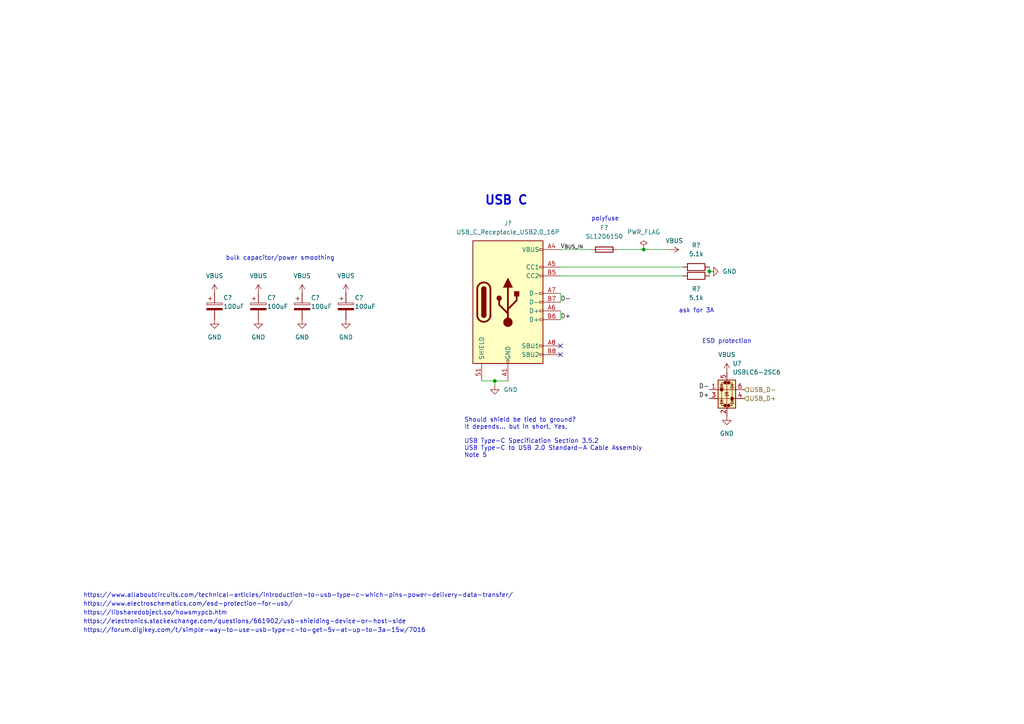
<source format=kicad_sch>
(kicad_sch (version 20250114) (generator "eeschema") (generator_version "9.0")
  (paper "A4")
  (title_block (date "2025-02-23") (rev "v0.2") (company "kevontheweb"))
  (lib_symbols
    (symbol "Connector:USB_C_Receptacle_USB2.0_16P" (pin_names (offset 1.016))
      (property "Reference" "J" (at 0 22.225 0))
      (property "Value" "USB_C_Receptacle_USB2.0_16P" (at 0 19.685 0))
      (symbol "USB_C_Receptacle_USB2.0_16P_0_0"
        (rectangle (start -0.254 -17.78) (end 0.254 -16.764))
        (rectangle (start 10.16 15.494) (end 9.144 14.986))
        (rectangle (start 10.16 10.414) (end 9.144 9.906))
        (rectangle (start 10.16 7.874) (end 9.144 7.366))
        (rectangle (start 10.16 2.794) (end 9.144 2.286))
        (rectangle (start 10.16 0.254) (end 9.144 -0.254))
        (rectangle (start 10.16 -2.286) (end 9.144 -2.794))
        (rectangle (start 10.16 -4.826) (end 9.144 -5.334))
        (rectangle (start 10.16 -12.446) (end 9.144 -12.954))
        (rectangle (start 10.16 -14.986) (end 9.144 -15.494))
      )
      (symbol "USB_C_Receptacle_USB2.0_16P_0_1"
        (rectangle (start -10.16 17.78) (end 10.16 -17.78) (stroke (width 0.254)) (fill (type background)))
        (polyline (pts (xy -8.89 -3.81) (xy -8.89 3.81)) (stroke (width 0.508)))
        (rectangle (start -7.62 -3.81) (end -6.35 3.81) (stroke (width 0.254)) (fill (type outline)))
        (arc (start -7.62 3.81) (mid -6.985 4.4423) (end -6.35 3.81) (stroke (width 0.254)))
        (arc (start -7.62 3.81) (mid -6.985 4.4423) (end -6.35 3.81) (stroke (width 0.254)) (fill (type outline)))
        (arc (start -8.89 3.81) (mid -6.985 5.7067) (end -5.08 3.81) (stroke (width 0.508)))
        (arc (start -5.08 -3.81) (mid -6.985 -5.7067) (end -8.89 -3.81) (stroke (width 0.508)))
        (arc (start -6.35 -3.81) (mid -6.985 -4.4423) (end -7.62 -3.81) (stroke (width 0.254)))
        (arc (start -6.35 -3.81) (mid -6.985 -4.4423) (end -7.62 -3.81) (stroke (width 0.254)) (fill (type outline)))
        (polyline (pts (xy -5.08 3.81) (xy -5.08 -3.81)) (stroke (width 0.508)))
        (circle (center -2.54 1.143) (radius 0.635) (stroke (width 0.254)) (fill (type outline)))
        (polyline (pts (xy -1.27 4.318) (xy 0 6.858) (xy 1.27 4.318) (xy -1.27 4.318)) (stroke (width 0.254)) (fill (type outline)))
        (polyline (pts (xy 0 -2.032) (xy 2.54 0.508) (xy 2.54 1.778)) (stroke (width 0.508)))
        (polyline (pts (xy 0 -3.302) (xy -2.54 -0.762) (xy -2.54 0.508)) (stroke (width 0.508)))
        (polyline (pts (xy 0 -5.842) (xy 0 4.318)) (stroke (width 0.508)))
        (circle (center 0 -5.842) (radius 1.27) (fill (type outline)))
        (rectangle (start 1.905 1.778) (end 3.175 3.048) (stroke (width 0.254)) (fill (type outline)))
      )
      (symbol "USB_C_Receptacle_USB2.0_16P_1_1"
        (pin passive line (at -7.62 -22.86 90) (length 5.08) (name "SHIELD") (number "S1"))
        (pin passive line (at 0 -22.86 90) (length 5.08) (name "GND") (number "A1"))
        (pin passive line (at 0 -22.86 90) (length 5.08) (hide yes) (name "GND") (number "A12"))
        (pin passive line (at 0 -22.86 90) (length 5.08) (hide yes) (name "GND") (number "B1"))
        (pin passive line (at 0 -22.86 90) (length 5.08) (hide yes) (name "GND") (number "B12"))
        (pin passive line (at 15.24 15.24 180) (length 5.08) (name "VBUS") (number "A4"))
        (pin passive line (at 15.24 15.24 180) (length 5.08) (hide yes) (name "VBUS") (number "A9"))
        (pin passive line (at 15.24 15.24 180) (length 5.08) (hide yes) (name "VBUS") (number "B4"))
        (pin passive line (at 15.24 15.24 180) (length 5.08) (hide yes) (name "VBUS") (number "B9"))
        (pin bidirectional line (at 15.24 10.16 180) (length 5.08) (name "CC1") (number "A5"))
        (pin bidirectional line (at 15.24 7.62 180) (length 5.08) (name "CC2") (number "B5"))
        (pin bidirectional line (at 15.24 2.54 180) (length 5.08) (name "D-") (number "A7"))
        (pin bidirectional line (at 15.24 0 180) (length 5.08) (name "D-") (number "B7"))
        (pin bidirectional line (at 15.24 -2.54 180) (length 5.08) (name "D+") (number "A6"))
        (pin bidirectional line (at 15.24 -5.08 180) (length 5.08) (name "D+") (number "B6"))
        (pin bidirectional line (at 15.24 -12.7 180) (length 5.08) (name "SBU1") (number "A8"))
        (pin bidirectional line (at 15.24 -15.24 180) (length 5.08) (name "SBU2") (number "B8"))
      )
    )
    (symbol "Device:C_Polarized" (pin_numbers (hide yes)) (pin_names (offset 0.254))
      (property "Reference" "C" (at 0.635 2.54 0))
      (property "Value" "C_Polarized" (at 0.635 -2.54 0))
      (symbol "C_Polarized_0_1"
        (rectangle (start -2.286 0.508) (end 2.286 1.016))
        (polyline (pts (xy -1.778 2.286) (xy -0.762 2.286)))
        (polyline (pts (xy -1.27 2.794) (xy -1.27 1.778)))
        (rectangle (start 2.286 -0.508) (end -2.286 -1.016) (fill (type outline)))
      )
      (symbol "C_Polarized_1_1"
        (pin passive line (at 0 3.81 270) (length 2.794) (name "~") (number "1"))
        (pin passive line (at 0 -3.81 90) (length 2.794) (name "~") (number "2"))
      )
    )
    (symbol "Device:Fuse" (pin_numbers (hide yes)) (pin_names (offset 0))
      (property "Reference" "F" (at 2.032 0 90))
      (property "Value" "Fuse" (at -1.905 0 90))
      (symbol "Fuse_0_1"
        (rectangle (start -0.762 -2.54) (end 0.762 2.54) (stroke (width 0.254)))
        (polyline (pts (xy 0 2.54) (xy 0 -2.54)))
      )
      (symbol "Fuse_1_1"
        (pin passive line (at 0 3.81 270) (length 1.27) (name "~") (number "1"))
        (pin passive line (at 0 -3.81 90) (length 1.27) (name "~") (number "2"))
      )
    )
    (symbol "Device:R" (pin_numbers (hide yes)) (pin_names (offset 0))
      (property "Reference" "R" (at 2.032 0 90))
      (property "Value" "R" (at 0 0 90))
      (symbol "R_0_1"
        (rectangle (start -1.016 -2.54) (end 1.016 2.54) (stroke (width 0.254)))
      )
      (symbol "R_1_1"
        (pin passive line (at 0 3.81 270) (length 1.27) (name "~") (number "1"))
        (pin passive line (at 0 -3.81 90) (length 1.27) (name "~") (number "2"))
      )
    )
    (symbol "Power_Protection:USBLC6-2SC6" (pin_names (hide yes))
      (property "Reference" "U" (at 0.635 5.715 0))
      (property "Value" "USBLC6-2SC6" (at 0.635 3.81 0))
      (symbol "USBLC6-2SC6_0_0"
        (circle (center -1.524 0) (radius 0.0001) (stroke (width 0.508)))
        (circle (center -0.508 2.032) (radius 0.0001) (stroke (width 0.508)))
        (circle (center -0.508 -4.572) (radius 0.0001) (stroke (width 0.508)))
        (circle (center 0.508 2.032) (radius 0.0001) (stroke (width 0.508)))
        (circle (center 0.508 -4.572) (radius 0.0001) (stroke (width 0.508)))
        (circle (center 1.524 -2.54) (radius 0.0001) (stroke (width 0.508)))
      )
      (symbol "USBLC6-2SC6_0_1"
        (polyline (pts (xy -2.54 0) (xy 2.54 0)))
        (polyline (pts (xy -2.54 -2.54) (xy 2.54 -2.54)))
        (polyline (pts (xy -2.032 0.508) (xy -1.016 0.508) (xy -1.524 1.524) (xy -2.032 0.508)))
        (polyline (pts (xy -2.032 -3.048) (xy -1.016 -3.048)))
        (polyline (pts (xy -1.016 1.524) (xy -2.032 1.524)))
        (polyline (pts (xy -1.016 -4.064) (xy -2.032 -4.064) (xy -1.524 -3.048) (xy -1.016 -4.064)))
        (polyline (pts (xy -0.508 -1.143) (xy -0.508 -0.762) (xy 0.508 -0.762)))
        (polyline (pts (xy 0 2.54) (xy -0.508 2.032) (xy 0.508 2.032) (xy 0 1.524) (xy 0 -4.064) (xy -0.508 -4.572) (xy 0.508 -4.572) (xy 0 -5.08)))
        (polyline (pts (xy 0.508 -1.778) (xy -0.508 -1.778) (xy 0 -0.762) (xy 0.508 -1.778)))
        (polyline (pts (xy 1.016 1.524) (xy 2.032 1.524)))
        (polyline (pts (xy 1.016 -3.048) (xy 2.032 -3.048)))
        (polyline (pts (xy 2.032 0.508) (xy 1.016 0.508) (xy 1.524 1.524) (xy 2.032 0.508)))
        (polyline (pts (xy 2.032 -4.064) (xy 1.016 -4.064) (xy 1.524 -3.048) (xy 2.032 -4.064)))
      )
      (symbol "USBLC6-2SC6_1_1"
        (rectangle (start -2.54 2.794) (end 2.54 -5.334) (stroke (width 0.254)) (fill (type background)))
        (polyline (pts (xy -0.508 2.032) (xy -1.524 2.032) (xy -1.524 -4.572) (xy -0.508 -4.572)))
        (polyline (pts (xy 0.508 -4.572) (xy 1.524 -4.572) (xy 1.524 2.032) (xy 0.508 2.032)))
        (pin passive line (at -5.08 0 0) (length 2.54) (name "I/O1") (number "1"))
        (pin passive line (at -5.08 -2.54 0) (length 2.54) (name "I/O2") (number "3"))
        (pin passive line (at 0 5.08 270) (length 2.54) (name "VBUS") (number "5"))
        (pin passive line (at 0 -7.62 90) (length 2.54) (name "GND") (number "2"))
        (pin passive line (at 5.08 0 180) (length 2.54) (name "I/O1") (number "6"))
        (pin passive line (at 5.08 -2.54 180) (length 2.54) (name "I/O2") (number "4"))
      )
    )
    (symbol "power:GND" (power) (pin_numbers (hide yes)) (pin_names (offset 0) (hide yes))
      (property "Value" "GND" (at 0 -3.81 0))
      (symbol "GND_0_1"
        (polyline (pts (xy 0 0) (xy 0 -1.27) (xy 1.27 -1.27) (xy 0 -2.54) (xy -1.27 -1.27) (xy 0 -1.27)))
      )
      (symbol "GND_1_1"
        (pin power_in line (at 0 0 270) (length 0) (name "~") (number "1"))
      )
    )
    (symbol "power:PWR_FLAG" (power) (pin_numbers (hide yes)) (pin_names (offset 0) (hide yes))
      (property "Value" "PWR_FLAG" (at 0 3.81 0))
      (symbol "PWR_FLAG_0_0"
        (pin power_out line (at 0 0 90) (length 0) (name "~") (number "1"))
      )
      (symbol "PWR_FLAG_0_1"
        (polyline (pts (xy 0 0) (xy 0 1.27) (xy -1.016 1.905) (xy 0 2.54) (xy 1.016 1.905) (xy 0 1.27)))
      )
    )
    (symbol "power:VBUS" (power) (pin_numbers (hide yes)) (pin_names (offset 0) (hide yes))
      (property "Value" "VBUS" (at 0 3.556 0))
      (symbol "VBUS_0_1"
        (polyline (pts (xy -0.762 1.27) (xy 0 2.54)))
        (polyline (pts (xy 0 2.54) (xy 0.762 1.27)))
        (polyline (pts (xy 0 0) (xy 0 2.54)))
      )
      (symbol "VBUS_1_1"
        (pin power_in line (at 0 0 90) (length 0) (name "~") (number "1"))
      )
    )
  )
  (text "USB C" (at 140.462 59.69 0) (effects (font (size 2.54 2.54) (thickness 0.508) (bold yes)) (justify left bottom)))
  (text "https://libsharedobject.so/howsmypcb.htm" (at 24.13 177.8 0) (effects (font (size 1.27 1.27)) (justify left)))
  (text "bulk capacitor/power smoothing" (at 81.28 74.93 0) (effects (font (size 1.27 1.27))))
  (text "polyfuse" (at 171.45 63.5 0) (effects (font (size 1.27 1.27)) (justify left)))
  (text "Should shield be tied to ground?\nIt depends... but in short, Yes.\n\nUSB Type-C Specification Section 3.5.2 \nUSB Type-C to USB 2.0 Standard-A Cable Assembly\nNote 5" (at 134.62 127 0) (effects (font (size 1.27 1.27)) (justify left)))
  (text "https://www.allaboutcircuits.com/technical-articles/introduction-to-usb-type-c-which-pins-power-delivery-data-transfer/" (at 24.13 172.72 0) (effects (font (size 1.27 1.27)) (justify left)))
  (text "https://forum.digikey.com/t/simple-way-to-use-usb-type-c-to-get-5v-at-up-to-3a-15w/7016" (at 24.13 182.88 0) (effects (font (size 1.27 1.27)) (justify left)))
  (text "https://www.electroschematics.com/esd-protection-for-usb/" (at 24.13 175.26 0) (effects (font (size 1.27 1.27)) (justify left)))
  (text "https://electronics.stackexchange.com/questions/661902/usb-shielding-device-or-host-side" (at 24.13 180.34 0) (effects (font (size 1.27 1.27)) (justify left)))
  (text "ESD protection\n" (at 210.82 99.06 0) (effects (font (size 1.27 1.27))))
  (text "ask for 3A" (at 196.85 90.17 0) (effects (font (size 1.27 1.27)) (justify left)))
  (junction (at 205.74 78.74))
  (junction (at 186.69 72.39))
  (junction (at 143.51 110.49))
  (no_connect (at 162.56 102.87))
  (no_connect (at 162.56 100.33))
  (wire (pts (xy 205.74 77.47) (xy 205.74 78.74)))
  (wire (pts (xy 186.69 72.39) (xy 194.31 72.39)))
  (wire (pts (xy 162.56 90.17) (xy 162.56 92.71)))
  (wire (pts (xy 162.56 85.09) (xy 162.56 87.63)))
  (wire (pts (xy 143.51 110.49) (xy 147.32 110.49)))
  (wire (pts (xy 162.56 72.39) (xy 171.45 72.39)))
  (wire (pts (xy 139.7 110.49) (xy 143.51 110.49)))
  (wire (pts (xy 162.56 77.47) (xy 198.12 77.47)))
  (wire (pts (xy 179.07 72.39) (xy 186.69 72.39)))
  (wire (pts (xy 143.51 111.76) (xy 143.51 110.49)))
  (wire (pts (xy 205.74 78.74) (xy 205.74 80.01)))
  (wire (pts (xy 162.56 80.01) (xy 198.12 80.01)))
  (label "V_{BUS_IN}" (at 162.56 72.39 0))
  (label "D+" (at 205.74 115.57 180))
  (label "D+" (at 162.56 92.71 0))
  (label "D-" (at 162.56 87.63 0))
  (label "D-" (at 205.74 113.03 180))
  (hierarchical_label "USB_D-" (shape input) (at 215.9 113.03 0))
  (hierarchical_label "USB_D+" (shape input) (at 215.9 115.57 0))
  (symbol (lib_id "Device:C_Polarized") (at 74.93 88.9 0) (unit 1)
    (property "Reference" "C72" (at 77.47 86.36 0) (effects (justify left)))
    (property "Value" "100uF" (at 77.47 88.9 0) (effects (justify left)))
    (property "Footprint" "Capacitor_SMD:C_1206_3216Metric" (effects (hide yes)))
    (property "Description" "Polarized capacitor" (effects (hide yes)))
    (property "LCSC" "C15008" (effects (hide yes)))
    (property "MPN" "CL31A107MQHNNNE" (effects (hide yes)))
    (property "Manufacturer" "Samsung Electro-Mechanics" (effects (hide yes)))
    (property "Type" "SMD" (effects (hide yes)))
    (instances (project "USB" (path "" (reference "C?") (unit 1))) (project "" (path "" (reference "C72") (unit 1))) (project "Mimic40" (path "" (reference "C?") (unit 1))))
  )
  (symbol (lib_id "power:VBUS") (at 194.31 72.39 270) (unit 1)
    (property "Reference" "#PWR0171" (effects (hide yes)))
    (property "Value" "VBUS" (at 195.58 69.85 90))
    (property "Description" "Power symbol creates a global label with name \"VBUS\"" (effects (hide yes)))
    (instances (project "USB" (path "" (reference "#PWR?") (unit 1))) (project "" (path "" (reference "#PWR0171") (unit 1))) (project "Mimic40" (path "" (reference "#PWR?") (unit 1))))
  )
  (symbol (lib_id "power:GND") (at 74.93 92.71 0) (unit 1)
    (property "Reference" "#PWR0165" (effects (hide yes)))
    (property "Value" "GND" (at 74.93 97.79 0))
    (property "Description" "Power symbol creates a global label with name \"GND\" , ground" (effects (hide yes)))
    (instances (project "USB" (path "" (reference "#PWR?") (unit 1))) (project "" (path "" (reference "#PWR0165") (unit 1))) (project "Mimic40" (path "" (reference "#PWR?") (unit 1))))
  )
  (symbol (lib_id "power:GND") (at 100.33 92.71 0) (unit 1)
    (property "Reference" "#PWR0169" (effects (hide yes)))
    (property "Value" "GND" (at 100.33 97.79 0))
    (property "Description" "Power symbol creates a global label with name \"GND\" , ground" (effects (hide yes)))
    (instances (project "USB" (path "" (reference "#PWR?") (unit 1))) (project "" (path "" (reference "#PWR0169") (unit 1))) (project "Mimic40" (path "" (reference "#PWR?") (unit 1))))
  )
  (symbol (lib_id "Device:R") (at 201.93 77.47 90) (unit 1)
    (property "Reference" "R66" (at 201.93 71.12 90))
    (property "Value" "5.1k" (at 201.93 73.66 90))
    (property "Footprint" "Resistor_SMD:R_0402_1005Metric" (effects (hide yes)))
    (property "Description" "Resistor" (effects (hide yes)))
    (property "LCSC" "C25905" (effects (hide yes)))
    (property "MPN" " 0402WGF5101TCE" (effects (hide yes)))
    (property "Manufacturer" "UNIROYAL" (effects (hide yes)))
    (property "Sim.Device" "C25905" (effects (hide yes)))
    (property "Type" "SMD" (effects (hide yes)))
    (instances (project "USB" (path "" (reference "R?") (unit 1))) (project "" (path "" (reference "R66") (unit 1))) (project "Mimic40" (path "" (reference "R?") (unit 1))))
  )
  (symbol (lib_id "power:VBUS") (at 210.82 107.95 0) (unit 1)
    (property "Reference" "#PWR0173" (effects (hide yes)))
    (property "Value" "VBUS" (at 210.82 102.87 0))
    (property "Description" "Power symbol creates a global label with name \"VBUS\"" (effects (hide yes)))
    (instances (project "USB" (path "" (reference "#PWR?") (unit 1))) (project "" (path "" (reference "#PWR0173") (unit 1))) (project "Mimic40" (path "" (reference "#PWR?") (unit 1))))
  )
  (symbol (lib_id "power:PWR_FLAG") (at 186.69 72.39 0) (unit 1)
    (property "Reference" "#FLG05" (effects (hide yes)))
    (property "Value" "PWR_FLAG" (at 186.69 67.31 0))
    (property "Description" "Special symbol for telling ERC where power comes from" (effects (hide yes)))
    (instances (project "USB" (path "" (reference "#FLG?") (unit 1))) (project "" (path "" (reference "#FLG05") (unit 1))) (project "Mimic40" (path "" (reference "#FLG?") (unit 1))))
  )
  (symbol (lib_id "power:GND") (at 62.23 92.71 0) (unit 1)
    (property "Reference" "#PWR0163" (effects (hide yes)))
    (property "Value" "GND" (at 62.23 97.79 0))
    (property "Description" "Power symbol creates a global label with name \"GND\" , ground" (effects (hide yes)))
    (instances (project "USB" (path "" (reference "#PWR?") (unit 1))) (project "" (path "" (reference "#PWR0163") (unit 1))) (project "Mimic40" (path "" (reference "#PWR?") (unit 1))))
  )
  (symbol (lib_id "Device:Fuse") (at 175.26 72.39 90) (unit 1)
    (property "Reference" "F1" (at 175.26 66.04 90))
    (property "Value" "SL1206150" (at 175.26 68.58 90))
    (property "Footprint" "Fuse:Fuse_1206_3216Metric_Pad1.42x1.75mm_HandSolder" (effects (hide yes)))
    (property "Description" "Fuse" (effects (hide yes)))
    (property "LCSC" "C70165" (effects (hide yes)))
    (property "MPN" "SL1206150" (effects (hide yes)))
    (property "Manufacturer" "TECHFUSE" (effects (hide yes)))
    (property "Type" "SMD" (effects (hide yes)))
    (instances (project "USB" (path "" (reference "F?") (unit 1))) (project "" (path "" (reference "F1") (unit 1))) (project "Mimic40" (path "" (reference "F?") (unit 1))))
  )
  (symbol (lib_id "power:VBUS") (at 87.63 85.09 0) (unit 1)
    (property "Reference" "#PWR0166" (effects (hide yes)))
    (property "Value" "VBUS" (at 87.63 80.01 0))
    (property "Description" "Power symbol creates a global label with name \"VBUS\"" (effects (hide yes)))
    (instances (project "USB" (path "" (reference "#PWR?") (unit 1))) (project "" (path "" (reference "#PWR0166") (unit 1))) (project "Mimic40" (path "" (reference "#PWR?") (unit 1))))
  )
  (symbol (lib_id "power:VBUS") (at 100.33 85.09 0) (unit 1)
    (property "Reference" "#PWR0168" (effects (hide yes)))
    (property "Value" "VBUS" (at 100.33 80.01 0))
    (property "Description" "Power symbol creates a global label with name \"VBUS\"" (effects (hide yes)))
    (instances (project "USB" (path "" (reference "#PWR?") (unit 1))) (project "" (path "" (reference "#PWR0168") (unit 1))) (project "Mimic40" (path "" (reference "#PWR?") (unit 1))))
  )
  (symbol (lib_id "power:VBUS") (at 74.93 85.09 0) (unit 1)
    (property "Reference" "#PWR0164" (effects (hide yes)))
    (property "Value" "VBUS" (at 74.93 80.01 0))
    (property "Description" "Power symbol creates a global label with name \"VBUS\"" (effects (hide yes)))
    (instances (project "USB" (path "" (reference "#PWR?") (unit 1))) (project "" (path "" (reference "#PWR0164") (unit 1))) (project "Mimic40" (path "" (reference "#PWR?") (unit 1))))
  )
  (symbol (lib_id "power:GND") (at 87.63 92.71 0) (unit 1)
    (property "Reference" "#PWR0167" (effects (hide yes)))
    (property "Value" "GND" (at 87.63 97.79 0))
    (property "Description" "Power symbol creates a global label with name \"GND\" , ground" (effects (hide yes)))
    (instances (project "USB" (path "" (reference "#PWR?") (unit 1))) (project "" (path "" (reference "#PWR0167") (unit 1))) (project "Mimic40" (path "" (reference "#PWR?") (unit 1))))
  )
  (symbol (lib_id "Connector:USB_C_Receptacle_USB2.0_16P") (at 147.32 87.63 0) (unit 1)
    (property "Reference" "J7" (at 147.32 64.77 0))
    (property "Value" "USB_C_Receptacle_USB2.0_16P" (at 147.32 67.31 0))
    (property "Footprint" "Connector_USB:USB_C_Receptacle_HRO_TYPE-C-31-M-12" (effects (hide yes)))
    (property "Datasheet" "https://www.usb.org/sites/default/files/documents/usb_type-c.zip" (effects (hide yes)))
    (property "Description" "USB 2.0-only 16P Type-C Receptacle connector" (effects (hide yes)))
    (property "LCSC" "C165948" (effects (hide yes)))
    (property "MPN" "TYPE-C-31-M-12" (effects (hide yes)))
    (property "Manufacturer" "Korean Hroparts Elec " (effects (hide yes)))
    (property "Type" "THRU-HOLE" (effects (hide yes)))
    (property "Comment" "Do Not Substitute" (effects (hide yes)))
    (instances (project "USB" (path "" (reference "J?") (unit 1))) (project "" (path "" (reference "J7") (unit 1))) (project "Mimic40" (path "" (reference "J?") (unit 1))))
  )
  (symbol (lib_id "Power_Protection:USBLC6-2SC6") (at 210.82 113.03 0) (unit 1)
    (property "Reference" "U12" (at 212.4711 105.41 0) (effects (justify left)))
    (property "Value" "USBLC6-2SC6" (at 212.4711 107.95 0) (effects (justify left)))
    (property "Footprint" "Package_TO_SOT_SMD:SOT-23-6" (effects (hide yes)))
    (property "Datasheet" "https://www.st.com/resource/en/datasheet/usblc6-2.pdf" (effects (hide yes)))
    (property "Description" "Very low capacitance ESD protection diode, 2 data-line, SOT-23-6" (effects (hide yes)))
    (property "LCSC" "C7519" (effects (hide yes)))
    (property "MPN" "USBLC6-2SC6" (effects (hide yes)))
    (property "Manufacturer" "MSKSEMI" (effects (hide yes)))
    (property "Type" "SMD" (effects (hide yes)))
    (instances (project "USB" (path "" (reference "U?") (unit 1))) (project "" (path "" (reference "U12") (unit 1))) (project "Mimic40" (path "" (reference "U?") (unit 1))))
  )
  (symbol (lib_id "power:GND") (at 205.74 78.74 90) (unit 1)
    (property "Reference" "#PWR0172" (effects (hide yes)))
    (property "Value" "GND" (at 209.55 78.7399 90) (effects (justify right)))
    (property "Description" "Power symbol creates a global label with name \"GND\" , ground" (effects (hide yes)))
    (instances (project "USB" (path "" (reference "#PWR?") (unit 1))) (project "" (path "" (reference "#PWR0172") (unit 1))) (project "Mimic40" (path "" (reference "#PWR?") (unit 1))))
  )
  (symbol (lib_id "Device:C_Polarized") (at 87.63 88.9 0) (unit 1)
    (property "Reference" "C73" (at 90.17 86.36 0) (effects (justify left)))
    (property "Value" "100uF" (at 90.17 88.9 0) (effects (justify left)))
    (property "Footprint" "Capacitor_SMD:C_1206_3216Metric" (effects (hide yes)))
    (property "Description" "Polarized capacitor" (effects (hide yes)))
    (property "LCSC" "C15008" (effects (hide yes)))
    (property "MPN" "CL31A107MQHNNNE" (effects (hide yes)))
    (property "Manufacturer" "Samsung Electro-Mechanics" (effects (hide yes)))
    (property "Type" "SMD" (effects (hide yes)))
    (instances (project "USB" (path "" (reference "C?") (unit 1))) (project "" (path "" (reference "C73") (unit 1))) (project "Mimic40" (path "" (reference "C?") (unit 1))))
  )
  (symbol (lib_id "Device:C_Polarized") (at 62.23 88.9 0) (unit 1)
    (property "Reference" "C71" (at 64.77 86.36 0) (effects (justify left)))
    (property "Value" "100uF" (at 64.77 88.9 0) (effects (justify left)))
    (property "Footprint" "Capacitor_SMD:C_1206_3216Metric" (effects (hide yes)))
    (property "Description" "Polarized capacitor" (effects (hide yes)))
    (property "LCSC" "C15008" (effects (hide yes)))
    (property "MPN" "CL31A107MQHNNNE" (effects (hide yes)))
    (property "Manufacturer" "Samsung Electro-Mechanics" (effects (hide yes)))
    (property "Type" "SMD" (effects (hide yes)))
    (instances (project "USB" (path "" (reference "C?") (unit 1))) (project "" (path "" (reference "C71") (unit 1))) (project "Mimic40" (path "" (reference "C?") (unit 1))))
  )
  (symbol (lib_id "power:VBUS") (at 62.23 85.09 0) (unit 1)
    (property "Reference" "#PWR0162" (effects (hide yes)))
    (property "Value" "VBUS" (at 62.23 80.01 0))
    (property "Description" "Power symbol creates a global label with name \"VBUS\"" (effects (hide yes)))
    (instances (project "USB" (path "" (reference "#PWR?") (unit 1))) (project "" (path "" (reference "#PWR0162") (unit 1))) (project "Mimic40" (path "" (reference "#PWR?") (unit 1))))
  )
  (symbol (lib_id "Device:C_Polarized") (at 100.33 88.9 0) (unit 1)
    (property "Reference" "C74" (at 102.87 86.36 0) (effects (justify left)))
    (property "Value" "100uF" (at 102.87 88.9 0) (effects (justify left)))
    (property "Footprint" "Capacitor_SMD:C_1206_3216Metric" (effects (hide yes)))
    (property "Description" "Polarized capacitor" (effects (hide yes)))
    (property "LCSC" "C15008" (effects (hide yes)))
    (property "MPN" "CL31A107MQHNNNE" (effects (hide yes)))
    (property "Manufacturer" "Samsung Electro-Mechanics" (effects (hide yes)))
    (property "Type" "SMD" (effects (hide yes)))
    (instances (project "USB" (path "" (reference "C?") (unit 1))) (project "" (path "" (reference "C74") (unit 1))) (project "Mimic40" (path "" (reference "C?") (unit 1))))
  )
  (symbol (lib_id "Device:R") (at 201.93 80.01 90) (mirror x) (unit 1)
    (property "Reference" "R67" (at 201.93 83.82 90))
    (property "Value" "5.1k" (at 201.93 86.36 90))
    (property "Footprint" "Resistor_SMD:R_0402_1005Metric" (effects (hide yes)))
    (property "Description" "Resistor" (effects (hide yes)))
    (property "LCSC" "C25905" (effects (hide yes)))
    (property "MPN" " 0402WGF5101TCE" (effects (hide yes)))
    (property "Manufacturer" "UNIROYAL" (effects (hide yes)))
    (property "Sim.Device" "C25905" (effects (hide yes)))
    (property "Type" "SMD" (effects (hide yes)))
    (instances (project "USB" (path "" (reference "R?") (unit 1))) (project "" (path "" (reference "R67") (unit 1))) (project "Mimic40" (path "" (reference "R?") (unit 1))))
  )
  (symbol (lib_id "power:GND") (at 210.82 120.65 0) (unit 1)
    (property "Reference" "#PWR0174" (effects (hide yes)))
    (property "Value" "GND" (at 210.82 125.73 0))
    (property "Description" "Power symbol creates a global label with name \"GND\" , ground" (effects (hide yes)))
    (instances (project "USB" (path "" (reference "#PWR?") (unit 1))) (project "" (path "" (reference "#PWR0174") (unit 1))) (project "Mimic40" (path "" (reference "#PWR?") (unit 1))))
  )
  (symbol (lib_id "power:GND") (at 143.51 111.76 0) (unit 1)
    (property "Reference" "#PWR0170" (effects (hide yes)))
    (property "Value" "GND" (at 146.05 113.0299 0) (effects (justify left)))
    (property "Description" "Power symbol creates a global label with name \"GND\" , ground" (effects (hide yes)))
    (instances (project "USB" (path "" (reference "#PWR?") (unit 1))) (project "" (path "" (reference "#PWR0170") (unit 1))) (project "Mimic40" (path "" (reference "#PWR?") (unit 1))))
  )
)
</source>
